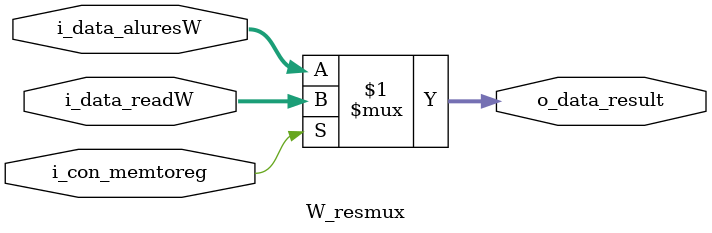
<source format=sv>
`timescale 1ns / 1ps
module W_resmux 
              (input  [31:0] i_data_aluresW, i_data_readW, 
               input         i_con_memtoreg, 
               output [31:0] o_data_result);

  assign o_data_result = i_con_memtoreg ? i_data_readW : i_data_aluresW; 

endmodule

               
                                       

</source>
